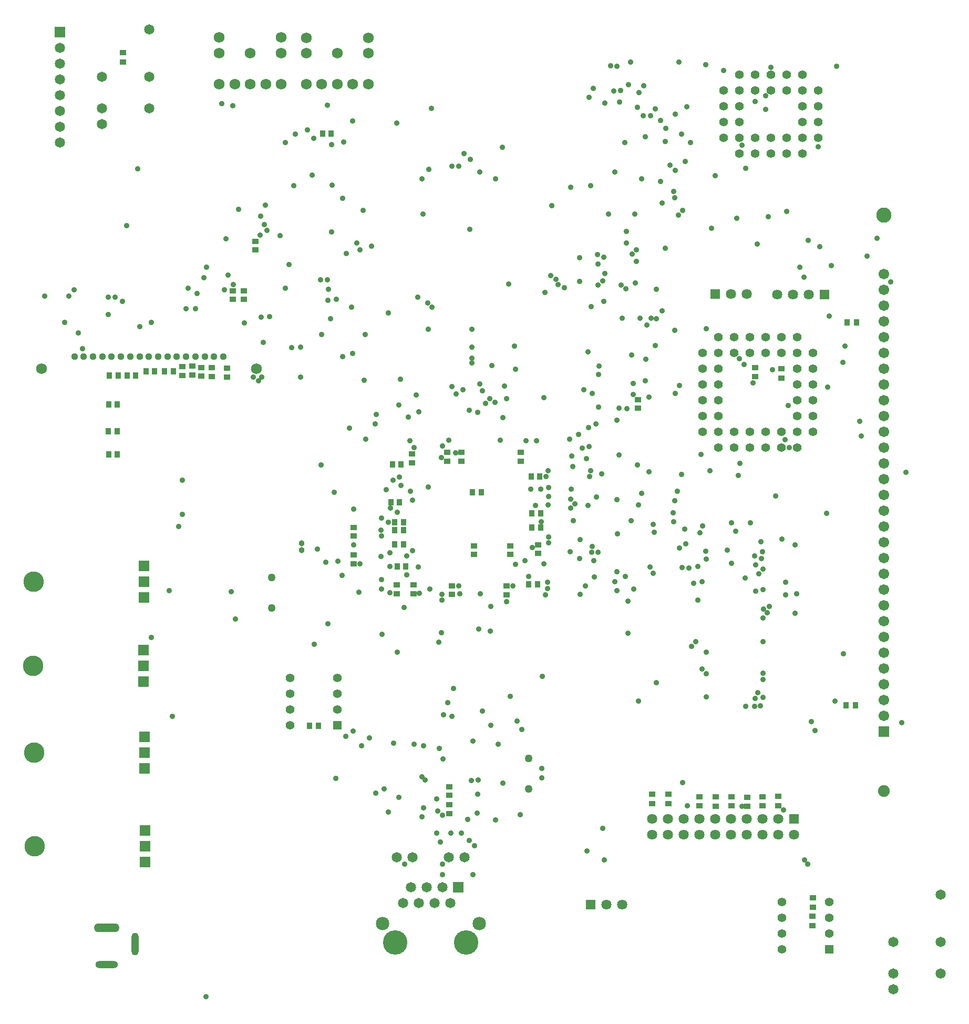
<source format=gbs>
G04 Layer_Color=16711935*
%FSLAX25Y25*%
%MOIN*%
G70*
G01*
G75*
%ADD38C,0.05000*%
%ADD62R,0.04043X0.03256*%
%ADD63R,0.04043X0.03650*%
%ADD65R,0.03650X0.04043*%
%ADD67R,0.03256X0.04043*%
%ADD79C,0.06799*%
%ADD80C,0.06406*%
%ADD81R,0.06406X0.06406*%
%ADD82R,0.05500X0.05500*%
%ADD83C,0.05500*%
%ADD84C,0.06500*%
%ADD85C,0.03800*%
%ADD86O,0.14279X0.04437*%
%ADD87O,0.04437X0.14279*%
%ADD88O,0.16248X0.05421*%
%ADD89C,0.13000*%
%ADD90R,0.06700X0.06700*%
%ADD91C,0.15500*%
%ADD92R,0.06500X0.06500*%
%ADD93C,0.08500*%
%ADD94C,0.09700*%
%ADD95C,0.07500*%
%ADD96C,0.06700*%
%ADD97C,0.06799*%
%ADD98C,0.04437*%
%ADD99R,0.06500X0.06500*%
%ADD100C,0.03500*%
D38*
X169500Y256800D02*
D03*
Y276000D02*
D03*
X332700Y142100D02*
D03*
Y161300D02*
D03*
D62*
X512600Y55447D02*
D03*
Y61353D02*
D03*
X512800Y67047D02*
D03*
Y72953D02*
D03*
X476200Y409153D02*
D03*
Y403247D02*
D03*
X492800Y408353D02*
D03*
Y402447D02*
D03*
X75200Y608553D02*
D03*
Y602647D02*
D03*
X411000Y132647D02*
D03*
Y138553D02*
D03*
X421200Y132647D02*
D03*
Y138553D02*
D03*
X491000Y131447D02*
D03*
Y137353D02*
D03*
X480800Y131247D02*
D03*
Y137153D02*
D03*
X471400Y130847D02*
D03*
Y136753D02*
D03*
X461400Y131247D02*
D03*
Y137153D02*
D03*
X451200Y131047D02*
D03*
Y136953D02*
D03*
X441000Y131247D02*
D03*
Y137153D02*
D03*
D63*
X282400Y143356D02*
D03*
Y137844D02*
D03*
Y126444D02*
D03*
Y131956D02*
D03*
X145000Y457756D02*
D03*
Y452244D02*
D03*
X152000Y457756D02*
D03*
Y452244D02*
D03*
X113000Y404044D02*
D03*
Y409556D02*
D03*
X119200Y404444D02*
D03*
Y409956D02*
D03*
X125000Y403644D02*
D03*
Y409156D02*
D03*
X131600Y403444D02*
D03*
Y408956D02*
D03*
X141400Y403044D02*
D03*
Y408556D02*
D03*
X401800Y383244D02*
D03*
Y388756D02*
D03*
X318500Y264988D02*
D03*
Y270500D02*
D03*
X281000Y349744D02*
D03*
Y355256D02*
D03*
X259500Y271256D02*
D03*
Y265744D02*
D03*
X221500Y284744D02*
D03*
Y290256D02*
D03*
X290000Y355256D02*
D03*
Y349744D02*
D03*
X258500Y354256D02*
D03*
Y348744D02*
D03*
X249000Y265744D02*
D03*
Y271256D02*
D03*
X298000Y290500D02*
D03*
Y296012D02*
D03*
X321000Y290500D02*
D03*
Y296012D02*
D03*
X338500Y291244D02*
D03*
Y296756D02*
D03*
X284000Y265244D02*
D03*
Y270756D02*
D03*
X327500Y355256D02*
D03*
Y349744D02*
D03*
X221500Y302244D02*
D03*
Y307756D02*
D03*
X159400Y489156D02*
D03*
Y483644D02*
D03*
D65*
X66244Y354000D02*
D03*
X71756D02*
D03*
X201844Y557200D02*
D03*
X207356D02*
D03*
X193644Y182000D02*
D03*
X199156D02*
D03*
X66644Y404000D02*
D03*
X72156D02*
D03*
X83356D02*
D03*
X77844D02*
D03*
X95356Y406800D02*
D03*
X89844D02*
D03*
X107156Y406600D02*
D03*
X101644D02*
D03*
X250756Y323500D02*
D03*
X245244D02*
D03*
X340256Y307500D02*
D03*
X334744D02*
D03*
X253256Y306000D02*
D03*
X247744D02*
D03*
X302500Y330000D02*
D03*
X296988D02*
D03*
X339756Y340000D02*
D03*
X334244D02*
D03*
X253256Y297000D02*
D03*
X247744D02*
D03*
X246244Y347500D02*
D03*
X251756D02*
D03*
X249244Y283000D02*
D03*
X254756D02*
D03*
X247744Y311000D02*
D03*
X253256D02*
D03*
X340256Y316500D02*
D03*
X334744D02*
D03*
X338256Y271500D02*
D03*
X332744D02*
D03*
X66244Y385800D02*
D03*
X71756D02*
D03*
X71556Y368600D02*
D03*
X66044D02*
D03*
D67*
X540553Y437800D02*
D03*
X534647D02*
D03*
X539906Y195000D02*
D03*
X534000D02*
D03*
D79*
X136315Y588715D02*
D03*
X156000D02*
D03*
Y608400D02*
D03*
X175685Y618242D02*
D03*
X136315D02*
D03*
X175685Y608400D02*
D03*
X136315D02*
D03*
X175685Y588715D02*
D03*
X165842D02*
D03*
X146157D02*
D03*
X191515Y588600D02*
D03*
X211200D02*
D03*
Y608285D02*
D03*
X230885Y618127D02*
D03*
X191515D02*
D03*
X230885Y608285D02*
D03*
X191515D02*
D03*
X230885Y588600D02*
D03*
X221043D02*
D03*
X201358D02*
D03*
D80*
X490400Y455200D02*
D03*
X500400D02*
D03*
X510400D02*
D03*
X461000Y455600D02*
D03*
X471000D02*
D03*
X381800Y68600D02*
D03*
X391800D02*
D03*
X501000Y113000D02*
D03*
X491000Y123000D02*
D03*
Y113000D02*
D03*
X481000Y123000D02*
D03*
Y113000D02*
D03*
X471000Y123000D02*
D03*
Y113000D02*
D03*
X461000Y123000D02*
D03*
Y113000D02*
D03*
X451000Y123000D02*
D03*
Y113000D02*
D03*
X441000Y123000D02*
D03*
Y113000D02*
D03*
X431000Y123000D02*
D03*
Y113000D02*
D03*
X421000Y123000D02*
D03*
Y113000D02*
D03*
X411000Y123000D02*
D03*
Y113000D02*
D03*
D81*
X520400Y455200D02*
D03*
X451000Y455600D02*
D03*
X371800Y68600D02*
D03*
X501000Y123000D02*
D03*
D82*
X523200Y40400D02*
D03*
X211400Y182400D02*
D03*
D83*
X523200Y50400D02*
D03*
Y60400D02*
D03*
Y70400D02*
D03*
X493200D02*
D03*
Y60400D02*
D03*
Y50400D02*
D03*
Y40400D02*
D03*
X211400Y192400D02*
D03*
Y202400D02*
D03*
Y212400D02*
D03*
X181400D02*
D03*
Y202400D02*
D03*
Y192400D02*
D03*
Y182400D02*
D03*
X472800Y358200D02*
D03*
X462800Y368200D02*
D03*
Y358200D02*
D03*
X452800Y368200D02*
D03*
Y358200D02*
D03*
X442800Y368200D02*
D03*
X452800Y378200D02*
D03*
X442800D02*
D03*
X452800Y388200D02*
D03*
X442800D02*
D03*
X452800Y398200D02*
D03*
X442800D02*
D03*
X452800Y408200D02*
D03*
X442800D02*
D03*
X452800Y418200D02*
D03*
X442800D02*
D03*
X452800Y428200D02*
D03*
X462800Y418200D02*
D03*
Y428200D02*
D03*
X472800Y418200D02*
D03*
Y428200D02*
D03*
X482800Y418200D02*
D03*
Y428200D02*
D03*
X492800Y418200D02*
D03*
Y428200D02*
D03*
X502800Y418200D02*
D03*
Y428200D02*
D03*
X512800Y418200D02*
D03*
X502800Y408200D02*
D03*
X512800D02*
D03*
X502800Y398200D02*
D03*
X512800D02*
D03*
X502800Y388200D02*
D03*
X512800D02*
D03*
X502800Y378200D02*
D03*
X512800D02*
D03*
X502800Y368200D02*
D03*
X512800D02*
D03*
X502800Y358200D02*
D03*
X492800Y368200D02*
D03*
Y358200D02*
D03*
X482800Y368200D02*
D03*
Y358200D02*
D03*
X472800Y368200D02*
D03*
X456200Y554600D02*
D03*
Y564600D02*
D03*
Y574600D02*
D03*
X466200Y564600D02*
D03*
Y574600D02*
D03*
X456200Y584600D02*
D03*
X466200D02*
D03*
X476200D02*
D03*
X486200D02*
D03*
X496200D02*
D03*
X466200Y594600D02*
D03*
X476200D02*
D03*
X486200D02*
D03*
X496200D02*
D03*
X466200Y554600D02*
D03*
X476200D02*
D03*
X486200D02*
D03*
X496200D02*
D03*
X466200Y544600D02*
D03*
X476200D02*
D03*
X486200D02*
D03*
X496200D02*
D03*
X506200D02*
D03*
Y594600D02*
D03*
X516200Y584600D02*
D03*
X506200D02*
D03*
Y554600D02*
D03*
X516200D02*
D03*
Y564600D02*
D03*
X506200Y574600D02*
D03*
X516200D02*
D03*
X506200Y564600D02*
D03*
D84*
X564000Y45000D02*
D03*
Y25000D02*
D03*
X594000D02*
D03*
Y45000D02*
D03*
Y75000D02*
D03*
X564000Y15000D02*
D03*
X249000Y98500D02*
D03*
X259000D02*
D03*
X282000D02*
D03*
X292000D02*
D03*
X253000Y69500D02*
D03*
X258000Y79500D02*
D03*
X263000Y69500D02*
D03*
X268000Y79500D02*
D03*
X273000Y69500D02*
D03*
X278000Y79500D02*
D03*
X283000Y69500D02*
D03*
X62000Y593200D02*
D03*
Y573200D02*
D03*
X92000D02*
D03*
Y593200D02*
D03*
Y623200D02*
D03*
X62000Y563200D02*
D03*
X35200Y611600D02*
D03*
Y601600D02*
D03*
Y591600D02*
D03*
Y581600D02*
D03*
Y571600D02*
D03*
Y561600D02*
D03*
Y551600D02*
D03*
D85*
X188500Y293200D02*
D03*
Y297500D02*
D03*
D86*
X64800Y30600D02*
D03*
D87*
X82800Y43600D02*
D03*
D88*
X64800Y54100D02*
D03*
D89*
X18600Y273400D02*
D03*
X19200Y105800D02*
D03*
X19000Y165000D02*
D03*
X18400Y220000D02*
D03*
D90*
X88600Y283400D02*
D03*
Y273400D02*
D03*
Y263400D02*
D03*
X89200Y115800D02*
D03*
Y105800D02*
D03*
Y95800D02*
D03*
X89000Y175000D02*
D03*
Y165000D02*
D03*
Y155000D02*
D03*
X88400Y230000D02*
D03*
Y220000D02*
D03*
Y210000D02*
D03*
X557800Y178200D02*
D03*
D91*
X293000Y44500D02*
D03*
X248000D02*
D03*
D92*
X288000Y79500D02*
D03*
D93*
X239800Y56500D02*
D03*
X301200D02*
D03*
D94*
X557800Y505700D02*
D03*
D95*
Y140700D02*
D03*
D96*
Y188200D02*
D03*
Y198200D02*
D03*
Y208200D02*
D03*
Y218200D02*
D03*
Y228200D02*
D03*
Y238200D02*
D03*
Y248200D02*
D03*
Y258200D02*
D03*
Y268200D02*
D03*
Y278200D02*
D03*
Y288200D02*
D03*
Y298200D02*
D03*
Y308200D02*
D03*
Y318200D02*
D03*
Y328200D02*
D03*
Y338200D02*
D03*
Y348200D02*
D03*
Y358200D02*
D03*
Y368200D02*
D03*
Y378200D02*
D03*
Y388200D02*
D03*
Y398200D02*
D03*
Y408200D02*
D03*
Y418200D02*
D03*
Y428200D02*
D03*
Y438200D02*
D03*
Y448200D02*
D03*
Y458200D02*
D03*
Y468200D02*
D03*
D97*
X23595Y408323D02*
D03*
X159816D02*
D03*
D98*
X44461Y416000D02*
D03*
X50367D02*
D03*
X56272D02*
D03*
X62178D02*
D03*
X68083D02*
D03*
X73989D02*
D03*
X79894D02*
D03*
X85800D02*
D03*
X91706D02*
D03*
X97611D02*
D03*
X103517D02*
D03*
X109422D02*
D03*
X115328D02*
D03*
X121233D02*
D03*
X127139D02*
D03*
X133044D02*
D03*
X138950D02*
D03*
D99*
X35200Y621600D02*
D03*
D100*
X66000Y442500D02*
D03*
X463900Y305329D02*
D03*
X370300Y418900D02*
D03*
X445100Y433600D02*
D03*
X400800Y483700D02*
D03*
X562100Y463200D02*
D03*
X398100Y481100D02*
D03*
X394500Y488100D02*
D03*
X547100Y479500D02*
D03*
X553500Y491000D02*
D03*
X391200Y461400D02*
D03*
X400300Y462800D02*
D03*
X507400Y466400D02*
D03*
X413500Y458700D02*
D03*
X504600Y472500D02*
D03*
X439800Y261600D02*
D03*
X437100Y272200D02*
D03*
X495500Y273100D02*
D03*
X501600Y253250D02*
D03*
X480200Y288100D02*
D03*
X481400Y281300D02*
D03*
X475800Y194400D02*
D03*
X366550Y358050D02*
D03*
X281900Y363000D02*
D03*
X308600Y182400D02*
D03*
X303200Y191300D02*
D03*
X430400Y146100D02*
D03*
X470000Y275700D02*
D03*
X479900Y298500D02*
D03*
X458500Y293400D02*
D03*
X429700Y341450D02*
D03*
X438600Y235400D02*
D03*
X408800Y343000D02*
D03*
X434200Y282100D02*
D03*
X428200Y294600D02*
D03*
X402100Y322000D02*
D03*
X370300Y321744D02*
D03*
X372989Y295811D02*
D03*
X413500Y209200D02*
D03*
X297400Y87700D02*
D03*
X393900Y276800D02*
D03*
X301898Y265700D02*
D03*
X289084D02*
D03*
X244500Y283000D02*
D03*
Y291600D02*
D03*
X243500Y311000D02*
D03*
X242200Y331576D02*
D03*
X296500Y415100D02*
D03*
X220800Y417900D02*
D03*
X269000Y433315D02*
D03*
X296500D02*
D03*
X205502Y458602D02*
D03*
X233000Y486100D02*
D03*
X144800Y575000D02*
D03*
X184500Y557000D02*
D03*
X138047Y576488D02*
D03*
X112900Y337700D02*
D03*
X93200Y437800D02*
D03*
X216500Y175300D02*
D03*
X106700Y188000D02*
D03*
X221400Y178600D02*
D03*
X398800Y399100D02*
D03*
X406600Y400700D02*
D03*
X403200Y440300D02*
D03*
X391800D02*
D03*
X410400D02*
D03*
X409800Y568800D02*
D03*
X517200Y485600D02*
D03*
X477500Y487300D02*
D03*
X474776Y399476D02*
D03*
X182200Y421500D02*
D03*
X112900Y315900D02*
D03*
X349800Y465000D02*
D03*
X380108Y451048D02*
D03*
X174900Y492600D02*
D03*
X427900Y602700D02*
D03*
X397400D02*
D03*
X411700Y278800D02*
D03*
X569300Y183900D02*
D03*
X482800Y581300D02*
D03*
X429800Y282400D02*
D03*
X572000Y342500D02*
D03*
X528000Y600000D02*
D03*
X390296Y577204D02*
D03*
X484500Y504600D02*
D03*
X373500Y585900D02*
D03*
X432100Y297200D02*
D03*
X521700Y316600D02*
D03*
X464700Y503700D02*
D03*
X486200Y599300D02*
D03*
X370800Y580400D02*
D03*
X431681Y306619D02*
D03*
X509900Y489600D02*
D03*
X386700Y584200D02*
D03*
X412300Y304600D02*
D03*
X543600Y365500D02*
D03*
X496200Y508100D02*
D03*
X384603Y600200D02*
D03*
X424700Y311200D02*
D03*
X489100Y327600D02*
D03*
X432800Y574242D02*
D03*
X482800Y572700D02*
D03*
X466500Y348300D02*
D03*
X424300Y317000D02*
D03*
X468000Y550000D02*
D03*
X448700Y497400D02*
D03*
X388500Y375600D02*
D03*
X435100Y551500D02*
D03*
X516200Y549100D02*
D03*
X430400Y508500D02*
D03*
X345100Y301800D02*
D03*
X359000Y292400D02*
D03*
X345000Y322100D02*
D03*
X365200Y265300D02*
D03*
X365000Y288100D02*
D03*
X365300Y300000D02*
D03*
X361961Y322677D02*
D03*
X395500Y240500D02*
D03*
X345100Y297900D02*
D03*
Y327400D02*
D03*
X388900Y303600D02*
D03*
X442700Y217900D02*
D03*
X359261Y325600D02*
D03*
X395663Y260900D02*
D03*
X399200Y268500D02*
D03*
X359449Y332151D02*
D03*
X345280Y333035D02*
D03*
X397668Y312000D02*
D03*
X388600Y325400D02*
D03*
X461200Y284900D02*
D03*
X375625Y327000D02*
D03*
X360700Y346299D02*
D03*
X389900Y353800D02*
D03*
X404400Y329300D02*
D03*
X369200Y351195D02*
D03*
X378895Y341500D02*
D03*
X440000Y283100D02*
D03*
X371200Y340100D02*
D03*
X445000Y292800D02*
D03*
X370900Y359100D02*
D03*
X367700Y394900D02*
D03*
X402600Y583204D02*
D03*
X456200Y597400D02*
D03*
X301700Y533100D02*
D03*
X387400D02*
D03*
X264800Y528500D02*
D03*
X425500Y569700D02*
D03*
X269100Y534600D02*
D03*
X419600Y560500D02*
D03*
X416099Y565500D02*
D03*
X249000Y563900D02*
D03*
X268500Y449900D02*
D03*
X319800Y461900D02*
D03*
X265500Y506200D02*
D03*
X359400Y523400D02*
D03*
X309300Y410300D02*
D03*
X311200Y386900D02*
D03*
X376600Y461300D02*
D03*
X324325Y407875D02*
D03*
X294800Y381900D02*
D03*
X301500Y398700D02*
D03*
X379500Y464000D02*
D03*
X308082Y389418D02*
D03*
X376400Y480600D02*
D03*
X286500Y392400D02*
D03*
X200800Y347300D02*
D03*
X296200Y147342D02*
D03*
X266990Y147710D02*
D03*
X300500D02*
D03*
X266000Y169300D02*
D03*
X264900Y149800D02*
D03*
X249400Y228600D02*
D03*
X288244Y270756D02*
D03*
X334900Y295000D02*
D03*
X336800Y321600D02*
D03*
X409700Y282700D02*
D03*
X388500Y279500D02*
D03*
X277100Y351935D02*
D03*
X215113Y551856D02*
D03*
X192400Y559700D02*
D03*
X178100Y551800D02*
D03*
X164200Y425100D02*
D03*
X163344Y403044D02*
D03*
X187900Y422100D02*
D03*
Y403000D02*
D03*
X158000D02*
D03*
X85900Y434900D02*
D03*
X264800Y124300D02*
D03*
X294900Y109300D02*
D03*
X340800Y154844D02*
D03*
X328347Y179753D02*
D03*
X325168Y185100D02*
D03*
X441100Y304300D02*
D03*
X473100Y310800D02*
D03*
X475800Y289800D02*
D03*
X435900Y232400D02*
D03*
X481100Y268200D02*
D03*
X398800Y392100D02*
D03*
X383200Y506200D02*
D03*
X399900D02*
D03*
X394500Y495200D02*
D03*
X405300Y568615D02*
D03*
X412950Y572900D02*
D03*
X41000Y454300D02*
D03*
X25760D02*
D03*
X494200Y128600D02*
D03*
X323700Y422500D02*
D03*
X425700Y392500D02*
D03*
X425400Y516700D02*
D03*
X372000Y524200D02*
D03*
X412900Y422900D02*
D03*
X424600Y520700D02*
D03*
X346700Y467200D02*
D03*
X164969Y499500D02*
D03*
X351100Y461500D02*
D03*
X243600Y443700D02*
D03*
X256112Y377688D02*
D03*
X251588Y334400D02*
D03*
X198500Y294000D02*
D03*
X211596Y286300D02*
D03*
X209372Y329972D02*
D03*
X203800Y285600D02*
D03*
X250400Y385300D02*
D03*
X269000Y333350D02*
D03*
X369600Y102700D02*
D03*
X404400Y528800D02*
D03*
X311500D02*
D03*
X444900Y600900D02*
D03*
X388500Y600100D02*
D03*
X406800Y414300D02*
D03*
X469100Y411000D02*
D03*
X522400Y396800D02*
D03*
X514100Y179000D02*
D03*
X344700Y269100D02*
D03*
X417400Y513294D02*
D03*
X379700Y117100D02*
D03*
X467800Y130847D02*
D03*
X66000Y453700D02*
D03*
X93300Y238100D02*
D03*
X229400Y363800D02*
D03*
X239200Y274500D02*
D03*
X47002Y431002D02*
D03*
X38300Y437800D02*
D03*
X225041Y266600D02*
D03*
X204900Y464500D02*
D03*
X228200Y401100D02*
D03*
X277300Y241000D02*
D03*
X200600Y464500D02*
D03*
X178400Y459200D02*
D03*
X227500Y508700D02*
D03*
X162200Y492900D02*
D03*
X166500Y496100D02*
D03*
X207700Y495000D02*
D03*
X204877Y575238D02*
D03*
X321000Y200800D02*
D03*
X276000Y167500D02*
D03*
X239600Y239921D02*
D03*
X284801Y205800D02*
D03*
X313400Y170300D02*
D03*
X259900Y170400D02*
D03*
X278600Y189100D02*
D03*
X284000Y187900D02*
D03*
X247000Y171000D02*
D03*
X308300Y242000D02*
D03*
X196500Y233500D02*
D03*
X281398Y196600D02*
D03*
X250400Y136700D02*
D03*
X205300Y246500D02*
D03*
X239200Y268800D02*
D03*
X300000Y126800D02*
D03*
X265800Y130000D02*
D03*
X274300Y135800D02*
D03*
X235494Y139406D02*
D03*
X226600Y169400D02*
D03*
X276700Y108300D02*
D03*
X300900Y243300D02*
D03*
X146500Y249600D02*
D03*
X165495Y511995D02*
D03*
X207436Y550400D02*
D03*
X308700Y257800D02*
D03*
X143800Y266900D02*
D03*
X183600Y524300D02*
D03*
X208000Y524700D02*
D03*
X236048Y379400D02*
D03*
X257600Y330800D02*
D03*
X261400Y391700D02*
D03*
X263000Y381000D02*
D03*
X239200Y313600D02*
D03*
X395000Y383000D02*
D03*
X370616Y370916D02*
D03*
X331000Y362800D02*
D03*
X324400Y284300D02*
D03*
X277600Y261500D02*
D03*
X442700Y273300D02*
D03*
X442800Y308800D02*
D03*
X401500Y347400D02*
D03*
X445400Y287600D02*
D03*
X358605Y363600D02*
D03*
X274800Y128044D02*
D03*
X375100Y373200D02*
D03*
X314700Y362856D02*
D03*
X425300Y432500D02*
D03*
X278000Y359200D02*
D03*
X374300Y276400D02*
D03*
X373900Y286600D02*
D03*
X380800Y468500D02*
D03*
X425700Y534000D02*
D03*
X284000Y536678D02*
D03*
X364100Y366500D02*
D03*
X497800Y358200D02*
D03*
X542700Y375100D02*
D03*
X441800Y353900D02*
D03*
X497400Y384900D02*
D03*
X523400Y441500D02*
D03*
X487400Y407553D02*
D03*
X371800Y343800D02*
D03*
X411500Y309500D02*
D03*
X495200Y363400D02*
D03*
X347300Y511500D02*
D03*
X470400Y535200D02*
D03*
X447700Y343500D02*
D03*
X427000Y330800D02*
D03*
X337600Y362800D02*
D03*
X477800Y202900D02*
D03*
X476600Y267400D02*
D03*
X74900Y450900D02*
D03*
X70300Y453700D02*
D03*
X214300Y277300D02*
D03*
X126600Y465900D02*
D03*
X168300Y441200D02*
D03*
X122100Y456100D02*
D03*
X44400Y458400D02*
D03*
X481400Y199900D02*
D03*
X255200Y277800D02*
D03*
X376700Y474600D02*
D03*
X291000Y395100D02*
D03*
X425400Y324600D02*
D03*
X465500Y340600D02*
D03*
X470400Y194400D02*
D03*
X300200Y138700D02*
D03*
X277800Y94300D02*
D03*
X481100Y211300D02*
D03*
X478500Y278200D02*
D03*
X49561Y421100D02*
D03*
X163000Y440900D02*
D03*
X116600Y459300D02*
D03*
X115400Y446200D02*
D03*
X121400D02*
D03*
X145400Y461600D02*
D03*
X141900Y467600D02*
D03*
X355400Y459646D02*
D03*
X162554Y504846D02*
D03*
X139600Y458200D02*
D03*
X128245Y472645D02*
D03*
X148700Y509200D02*
D03*
X140500Y490600D02*
D03*
X84700Y534900D02*
D03*
X104700Y267553D02*
D03*
X238800Y289400D02*
D03*
X481400Y250400D02*
D03*
Y235400D02*
D03*
X495500Y264900D02*
D03*
X502600Y265600D02*
D03*
X479700Y194500D02*
D03*
X485230Y257800D02*
D03*
X532100Y227500D02*
D03*
X481600Y255900D02*
D03*
X445400Y200400D02*
D03*
X512000Y184800D02*
D03*
X507600Y97100D02*
D03*
X380500D02*
D03*
X509600Y94400D02*
D03*
X283100Y114100D02*
D03*
X289800D02*
D03*
X327100Y125800D02*
D03*
X316100Y145600D02*
D03*
X340800Y149000D02*
D03*
X311715Y122200D02*
D03*
X274231Y114000D02*
D03*
X293900Y122500D02*
D03*
X243600Y127300D02*
D03*
X298100Y106000D02*
D03*
X128000Y10200D02*
D03*
X110700Y308300D02*
D03*
X152300Y437400D02*
D03*
X161100Y400800D02*
D03*
X332744Y276669D02*
D03*
X330400Y286700D02*
D03*
X263200Y265962D02*
D03*
X344700Y273100D02*
D03*
X476100Y577600D02*
D03*
X360869Y311969D02*
D03*
X387400Y273200D02*
D03*
X402300Y197600D02*
D03*
X526800Y197800D02*
D03*
X343100Y265100D02*
D03*
X433100Y131247D02*
D03*
X241000Y142000D02*
D03*
X210300Y148800D02*
D03*
X341300Y213200D02*
D03*
X253732Y256900D02*
D03*
X275700Y234900D02*
D03*
X372329Y447700D02*
D03*
X269900Y268700D02*
D03*
X288100Y536600D02*
D03*
X422398Y537200D02*
D03*
X316000Y548600D02*
D03*
X393700Y551800D02*
D03*
X372700Y292100D02*
D03*
X359100Y319900D02*
D03*
X427636Y505807D02*
D03*
X431800Y539600D02*
D03*
X277600Y265244D02*
D03*
X340600Y311300D02*
D03*
X524500Y473700D02*
D03*
X419400Y484600D02*
D03*
X271000Y573300D02*
D03*
X395976Y588300D02*
D03*
X277800Y125300D02*
D03*
X231700Y174247D02*
D03*
X221700Y296600D02*
D03*
X376700Y292100D02*
D03*
X388500Y267700D02*
D03*
X368500Y270500D02*
D03*
X322630D02*
D03*
X481000Y292300D02*
D03*
X501600Y296500D02*
D03*
X390900Y584800D02*
D03*
X380800Y576814D02*
D03*
X450800Y530800D02*
D03*
X318500Y260700D02*
D03*
X262300Y453600D02*
D03*
X210712Y452412D02*
D03*
X405671Y587571D02*
D03*
X401500Y574100D02*
D03*
X406650Y555200D02*
D03*
X429500Y557100D02*
D03*
X359983Y353083D02*
D03*
X342400Y284600D02*
D03*
X316200Y377400D02*
D03*
X220900Y565400D02*
D03*
X493400Y300200D02*
D03*
X244900Y319900D02*
D03*
X253800Y94300D02*
D03*
X201300Y429900D02*
D03*
X229050D02*
D03*
X235200Y373400D02*
D03*
X218900Y370700D02*
D03*
X417300Y444900D02*
D03*
X343000Y456800D02*
D03*
X214500Y415900D02*
D03*
X206800Y440000D02*
D03*
X205200Y451800D02*
D03*
X318500Y389400D02*
D03*
X372800Y392500D02*
D03*
X286400Y355000D02*
D03*
X389900Y383400D02*
D03*
X397900Y416900D02*
D03*
X376800Y404800D02*
D03*
Y384100D02*
D03*
X334000Y332100D02*
D03*
X340300D02*
D03*
X250650Y339750D02*
D03*
X251100Y401700D02*
D03*
X257400Y362700D02*
D03*
X258800Y324900D02*
D03*
Y293000D02*
D03*
X303100Y394400D02*
D03*
X305400Y386200D02*
D03*
X300100Y380700D02*
D03*
X317200Y397400D02*
D03*
X283900Y397000D02*
D03*
X380200Y478936D02*
D03*
X195300Y530900D02*
D03*
X214700Y516400D02*
D03*
X225700Y483500D02*
D03*
X180700Y474200D02*
D03*
X223700Y488000D02*
D03*
X216900Y481200D02*
D03*
X291500Y544700D02*
D03*
X419249Y552300D02*
D03*
X295600Y541000D02*
D03*
X259895Y358195D02*
D03*
X262500Y282500D02*
D03*
X255200Y289800D02*
D03*
X246644Y337655D02*
D03*
X220100Y447200D02*
D03*
X271193Y447226D02*
D03*
X196200Y554400D02*
D03*
X461200Y310800D02*
D03*
X394400Y459100D02*
D03*
X413500Y440000D02*
D03*
X277800Y87700D02*
D03*
X278168Y161000D02*
D03*
X297300Y172200D02*
D03*
X244500Y266200D02*
D03*
X342315Y390115D02*
D03*
X377200Y410000D02*
D03*
X407500Y435900D02*
D03*
X343500Y340000D02*
D03*
X345000Y343700D02*
D03*
X364800Y463700D02*
D03*
Y478700D02*
D03*
X295300Y496500D02*
D03*
X416099Y527000D02*
D03*
X476700Y283900D02*
D03*
X296500Y412100D02*
D03*
Y422000D02*
D03*
X445400Y214900D02*
D03*
X249156Y317200D02*
D03*
X221500Y319200D02*
D03*
X400800Y476400D02*
D03*
X533200Y422600D02*
D03*
X531800Y412200D02*
D03*
X481350Y215250D02*
D03*
X445400Y228600D02*
D03*
X428400Y397500D02*
D03*
X408892Y390356D02*
D03*
X466200Y414500D02*
D03*
X238977Y306156D02*
D03*
X239200Y302244D02*
D03*
X483800Y253700D02*
D03*
X476200Y199200D02*
D03*
X225444Y284744D02*
D03*
X77600Y498900D02*
D03*
M02*

</source>
